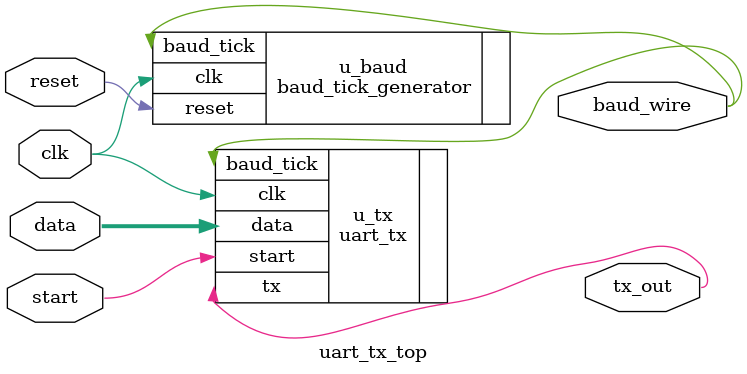
<source format=v>
module uart_tx_top (
    		input        	clk,     
    		input        	reset,   
    		input        	start, 
    		input  [7:0] 	data,    
    		output       	tx_out,  
    		output 	 	baud_wire
);


    baud_tick_generator u_baud (
        .clk      	(clk),
        .reset    	(reset),
        .baud_tick 	(baud_wire)
    );


    uart_tx u_tx (
        .clk   		  (clk),
        .data  		  (data),
        .baud_tick	(baud_wire),   
	      .start 		  (start),
        .tx  		    (tx_out)
    );

endmodule



</source>
